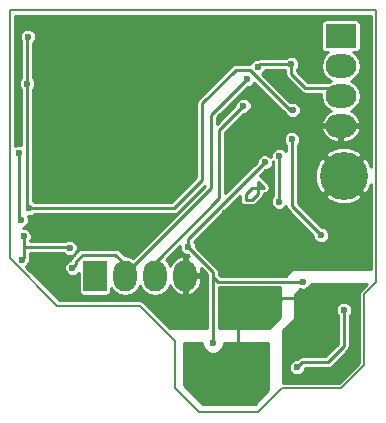
<source format=gbl>
G04 #@! TF.FileFunction,Copper,L2,Bot,Signal*
%FSLAX46Y46*%
G04 Gerber Fmt 4.6, Leading zero omitted, Abs format (unit mm)*
G04 Created by KiCad (PCBNEW 4.0.7-e2-6376~58~ubuntu16.04.1) date Wed Apr 11 03:41:41 2018*
%MOMM*%
%LPD*%
G01*
G04 APERTURE LIST*
%ADD10C,0.100000*%
%ADD11C,0.150000*%
%ADD12R,2.600000X2.000000*%
%ADD13O,2.600000X2.000000*%
%ADD14R,2.000000X2.600000*%
%ADD15O,2.000000X2.600000*%
%ADD16C,4.064000*%
%ADD17C,0.600000*%
%ADD18C,0.250000*%
%ADD19C,0.254000*%
G04 APERTURE END LIST*
D10*
D11*
X77000000Y-55000000D02*
X77000000Y-34000000D01*
X81000000Y-59000000D02*
X77000000Y-55000000D01*
X88000000Y-59000000D02*
X81000000Y-59000000D01*
X91000000Y-62000000D02*
X88000000Y-59000000D01*
X91000000Y-66000000D02*
X91000000Y-62000000D01*
X93000000Y-68000000D02*
X91000000Y-66000000D01*
X98000000Y-68000000D02*
X93000000Y-68000000D01*
X100000000Y-66000000D02*
X98000000Y-68000000D01*
X105000000Y-66000000D02*
X100000000Y-66000000D01*
X107000000Y-64000000D02*
X105000000Y-66000000D01*
X107000000Y-58000000D02*
X107000000Y-64000000D01*
X108000000Y-57000000D02*
X107000000Y-58000000D01*
X108000000Y-52000000D02*
X108000000Y-57000000D01*
X108000000Y-34000000D02*
X108000000Y-52000000D01*
X77000000Y-34000000D02*
X108000000Y-34000000D01*
D12*
X105000000Y-36150000D03*
D13*
X105000000Y-38690000D03*
X105000000Y-41230000D03*
X105000000Y-43770000D03*
D14*
X84190000Y-56450000D03*
D15*
X86730000Y-56450000D03*
X89270000Y-56450000D03*
X91810000Y-56450000D03*
D16*
X105237280Y-47975520D03*
D17*
X101773550Y-56950000D03*
X101290000Y-64220000D03*
X105260000Y-59360000D03*
X94180000Y-62160000D03*
X100920000Y-42430000D03*
X82030000Y-54090000D03*
X92070000Y-54030000D03*
X98570000Y-46860000D03*
X78510000Y-36210000D03*
X78430000Y-40200000D03*
X78600000Y-50750000D03*
X78150000Y-53110000D03*
X77970000Y-55110000D03*
X102000000Y-63000000D03*
X96000000Y-66000000D03*
X95210000Y-51140000D03*
X93540000Y-53130000D03*
X101773550Y-58320000D03*
X104240000Y-62510000D03*
X99010000Y-59360000D03*
X95500000Y-59600000D03*
X96300000Y-62570000D03*
X97820000Y-42630000D03*
X97080000Y-46740000D03*
X97950000Y-38790000D03*
X100810000Y-38540000D03*
X77780000Y-46050000D03*
X77890000Y-51770000D03*
X103350000Y-53030000D03*
X100860000Y-44910000D03*
X96760000Y-42060000D03*
X97070000Y-39790000D03*
X82280000Y-55790000D03*
X99780000Y-46330000D03*
X99770000Y-50190000D03*
D18*
X97964000Y-49500000D02*
X97964000Y-48484000D01*
X97456000Y-50008000D02*
X97964000Y-49500000D01*
X96948000Y-50008000D02*
X97456000Y-50008000D01*
X96948000Y-49500000D02*
X96948000Y-50008000D01*
X97456000Y-48992000D02*
X96948000Y-49500000D01*
X98472000Y-48992000D02*
X97456000Y-48992000D01*
X97964000Y-48484000D02*
X98472000Y-48992000D01*
X78150000Y-54010000D02*
X78150000Y-53110000D01*
X94180000Y-56530000D02*
X94600000Y-56950000D01*
X101349286Y-56950000D02*
X101773550Y-56950000D01*
X94600000Y-56950000D02*
X101349286Y-56950000D01*
X101290000Y-64220000D02*
X101720000Y-63790000D01*
X101720000Y-63790000D02*
X103880000Y-63790000D01*
X103880000Y-63790000D02*
X105260000Y-62410000D01*
X105260000Y-62410000D02*
X105260000Y-59360000D01*
X94180000Y-56140000D02*
X92070000Y-54030000D01*
X94180000Y-62160000D02*
X94180000Y-56530000D01*
X94180000Y-56530000D02*
X94180000Y-56140000D01*
X78600000Y-50750000D02*
X90870000Y-50750000D01*
X100680000Y-42430000D02*
X100920000Y-42430000D01*
X97280000Y-39030000D02*
X100680000Y-42430000D01*
X96100000Y-39030000D02*
X97280000Y-39030000D01*
X93280000Y-41850000D02*
X96100000Y-39030000D01*
X93280000Y-48340000D02*
X93280000Y-41850000D01*
X90870000Y-50750000D02*
X93280000Y-48340000D01*
X81950000Y-54010000D02*
X78150000Y-54010000D01*
X82030000Y-54090000D02*
X81950000Y-54010000D01*
X92070000Y-53360000D02*
X92070000Y-54030000D01*
X98570000Y-46860000D02*
X92070000Y-53360000D01*
X78430000Y-40200000D02*
X78430000Y-36290000D01*
X78430000Y-36290000D02*
X78510000Y-36210000D01*
X78430000Y-50580000D02*
X78430000Y-40200000D01*
X78600000Y-50750000D02*
X78430000Y-50580000D01*
X78150000Y-54930000D02*
X78150000Y-54010000D01*
X77970000Y-55110000D02*
X78150000Y-54930000D01*
X102726775Y-59273225D02*
X102726775Y-62273225D01*
X102000000Y-63000000D02*
X102726775Y-62273225D01*
X96300000Y-65700000D02*
X96000000Y-66000000D01*
X96300000Y-65700000D02*
X96300000Y-62570000D01*
X93540000Y-52810000D02*
X93540000Y-53130000D01*
X95210000Y-51140000D02*
X93540000Y-52810000D01*
X100050000Y-58320000D02*
X101349286Y-58320000D01*
X102073549Y-58619999D02*
X101773550Y-58320000D01*
X104240000Y-60786450D02*
X102726775Y-59273225D01*
X102726775Y-59273225D02*
X102073549Y-58619999D01*
X104240000Y-62510000D02*
X104240000Y-60786450D01*
X101349286Y-58320000D02*
X101773550Y-58320000D01*
X99010000Y-59360000D02*
X100050000Y-58320000D01*
X95500000Y-59600000D02*
X98770000Y-59600000D01*
X98770000Y-59600000D02*
X99010000Y-59360000D01*
X95500000Y-59600000D02*
X96300000Y-60400000D01*
X96300000Y-60400000D02*
X96300000Y-62570000D01*
X97820000Y-46000000D02*
X97820000Y-42630000D01*
X97080000Y-46740000D02*
X97820000Y-46000000D01*
X100810000Y-38540000D02*
X100810000Y-39350000D01*
X102010000Y-40550000D02*
X104990000Y-40550000D01*
X100810000Y-39350000D02*
X102010000Y-40550000D01*
X97950000Y-38790000D02*
X98200000Y-38540000D01*
X98200000Y-38540000D02*
X100810000Y-38540000D01*
X77780000Y-51660000D02*
X77780000Y-46050000D01*
X77890000Y-51770000D02*
X77780000Y-51660000D01*
X103350000Y-53030000D02*
X100860000Y-50540000D01*
X100860000Y-50540000D02*
X100860000Y-44910000D01*
X96760000Y-42060000D02*
X94720000Y-44100000D01*
X94720000Y-44100000D02*
X94720000Y-49920000D01*
X94720000Y-49920000D02*
X89270000Y-55370000D01*
X89270000Y-55370000D02*
X89270000Y-56450000D01*
X86730000Y-56450000D02*
X86730000Y-56350000D01*
X86730000Y-56350000D02*
X94020000Y-49060000D01*
X94020000Y-42840000D02*
X97070000Y-39790000D01*
X94020000Y-49060000D02*
X94020000Y-42840000D01*
X85920000Y-54670000D02*
X86730000Y-55480000D01*
X83140000Y-54670000D02*
X85920000Y-54670000D01*
X82600000Y-55210000D02*
X83140000Y-54670000D01*
X82600000Y-55470000D02*
X82600000Y-55210000D01*
X82280000Y-55790000D02*
X82600000Y-55470000D01*
X86730000Y-55480000D02*
X86730000Y-56450000D01*
X99780000Y-50180000D02*
X99780000Y-46330000D01*
X99770000Y-50190000D02*
X99780000Y-50180000D01*
D19*
G36*
X93244838Y-62345167D02*
X93386883Y-62688943D01*
X93649673Y-62952192D01*
X93993201Y-63094838D01*
X94365167Y-63095162D01*
X94708943Y-62953117D01*
X94972192Y-62690327D01*
X95114838Y-62346799D01*
X95115029Y-62127000D01*
X98873000Y-62127000D01*
X98873000Y-66122908D01*
X97705908Y-67290000D01*
X93294092Y-67290000D01*
X91710000Y-65705908D01*
X91710000Y-62127000D01*
X93245028Y-62127000D01*
X93244838Y-62345167D01*
X93244838Y-62345167D01*
G37*
X93244838Y-62345167D02*
X93386883Y-62688943D01*
X93649673Y-62952192D01*
X93993201Y-63094838D01*
X94365167Y-63095162D01*
X94708943Y-62953117D01*
X94972192Y-62690327D01*
X95114838Y-62346799D01*
X95115029Y-62127000D01*
X98873000Y-62127000D01*
X98873000Y-66122908D01*
X97705908Y-67290000D01*
X93294092Y-67290000D01*
X91710000Y-65705908D01*
X91710000Y-62127000D01*
X93245028Y-62127000D01*
X93244838Y-62345167D01*
G36*
X106677559Y-57677559D02*
X106578711Y-57825496D01*
X106544000Y-58000000D01*
X106544000Y-63811118D01*
X104811118Y-65544000D01*
X100127000Y-65544000D01*
X100127000Y-64354865D01*
X100608882Y-64354865D01*
X100712339Y-64605252D01*
X100903741Y-64796987D01*
X101153946Y-64900882D01*
X101424865Y-64901118D01*
X101675252Y-64797661D01*
X101866987Y-64606259D01*
X101970882Y-64356054D01*
X101970934Y-64296000D01*
X103880000Y-64296000D01*
X104073638Y-64257483D01*
X104237796Y-64147796D01*
X105617796Y-62767796D01*
X105727483Y-62603638D01*
X105766000Y-62410000D01*
X105766000Y-59817123D01*
X105836987Y-59746259D01*
X105940882Y-59496054D01*
X105941118Y-59225135D01*
X105837661Y-58974748D01*
X105646259Y-58783013D01*
X105396054Y-58679118D01*
X105125135Y-58678882D01*
X104874748Y-58782339D01*
X104683013Y-58973741D01*
X104579118Y-59223946D01*
X104578882Y-59494865D01*
X104682339Y-59745252D01*
X104754000Y-59817038D01*
X104754000Y-62200408D01*
X103670408Y-63284000D01*
X101720000Y-63284000D01*
X101526362Y-63322517D01*
X101362204Y-63432204D01*
X101255439Y-63538969D01*
X101155135Y-63538882D01*
X100904748Y-63642339D01*
X100713013Y-63833741D01*
X100609118Y-64083946D01*
X100608882Y-64354865D01*
X100127000Y-64354865D01*
X100127000Y-61052606D01*
X101089803Y-60089803D01*
X101117666Y-60047789D01*
X101127000Y-60000000D01*
X101127000Y-58052606D01*
X101574770Y-57604836D01*
X101637496Y-57630882D01*
X101908415Y-57631118D01*
X102158802Y-57527661D01*
X102350537Y-57336259D01*
X102437430Y-57127000D01*
X107228119Y-57127000D01*
X106677559Y-57677559D01*
X106677559Y-57677559D01*
G37*
X106677559Y-57677559D02*
X106578711Y-57825496D01*
X106544000Y-58000000D01*
X106544000Y-63811118D01*
X104811118Y-65544000D01*
X100127000Y-65544000D01*
X100127000Y-64354865D01*
X100608882Y-64354865D01*
X100712339Y-64605252D01*
X100903741Y-64796987D01*
X101153946Y-64900882D01*
X101424865Y-64901118D01*
X101675252Y-64797661D01*
X101866987Y-64606259D01*
X101970882Y-64356054D01*
X101970934Y-64296000D01*
X103880000Y-64296000D01*
X104073638Y-64257483D01*
X104237796Y-64147796D01*
X105617796Y-62767796D01*
X105727483Y-62603638D01*
X105766000Y-62410000D01*
X105766000Y-59817123D01*
X105836987Y-59746259D01*
X105940882Y-59496054D01*
X105941118Y-59225135D01*
X105837661Y-58974748D01*
X105646259Y-58783013D01*
X105396054Y-58679118D01*
X105125135Y-58678882D01*
X104874748Y-58782339D01*
X104683013Y-58973741D01*
X104579118Y-59223946D01*
X104578882Y-59494865D01*
X104682339Y-59745252D01*
X104754000Y-59817038D01*
X104754000Y-62200408D01*
X103670408Y-63284000D01*
X101720000Y-63284000D01*
X101526362Y-63322517D01*
X101362204Y-63432204D01*
X101255439Y-63538969D01*
X101155135Y-63538882D01*
X100904748Y-63642339D01*
X100713013Y-63833741D01*
X100609118Y-64083946D01*
X100608882Y-64354865D01*
X100127000Y-64354865D01*
X100127000Y-61052606D01*
X101089803Y-60089803D01*
X101117666Y-60047789D01*
X101127000Y-60000000D01*
X101127000Y-58052606D01*
X101574770Y-57604836D01*
X101637496Y-57630882D01*
X101908415Y-57631118D01*
X102158802Y-57527661D01*
X102350537Y-57336259D01*
X102437430Y-57127000D01*
X107228119Y-57127000D01*
X106677559Y-57677559D01*
G36*
X99873000Y-59947394D02*
X98947394Y-60873000D01*
X94686000Y-60873000D01*
X94686000Y-57456000D01*
X99873000Y-57456000D01*
X99873000Y-59947394D01*
X99873000Y-59947394D01*
G37*
X99873000Y-59947394D02*
X98947394Y-60873000D01*
X94686000Y-60873000D01*
X94686000Y-57456000D01*
X99873000Y-57456000D01*
X99873000Y-59947394D01*
G36*
X93514000Y-48850408D02*
X87417182Y-54947226D01*
X87258486Y-54841189D01*
X86730000Y-54736067D01*
X86706361Y-54740769D01*
X86277796Y-54312204D01*
X86113638Y-54202517D01*
X85920000Y-54164000D01*
X83140000Y-54164000D01*
X82946362Y-54202517D01*
X82782204Y-54312204D01*
X82242204Y-54852204D01*
X82132517Y-55016362D01*
X82111336Y-55122847D01*
X81894748Y-55212339D01*
X81703013Y-55403741D01*
X81599118Y-55653946D01*
X81598882Y-55924865D01*
X81702339Y-56175252D01*
X81893741Y-56366987D01*
X82143946Y-56470882D01*
X82414865Y-56471118D01*
X82665252Y-56367661D01*
X82801536Y-56231614D01*
X82801536Y-57750000D01*
X82828103Y-57891190D01*
X82911546Y-58020865D01*
X83038866Y-58107859D01*
X83190000Y-58138464D01*
X85190000Y-58138464D01*
X85331190Y-58111897D01*
X85460865Y-58028454D01*
X85547859Y-57901134D01*
X85578464Y-57750000D01*
X85578464Y-57497509D01*
X85753486Y-57759447D01*
X86201514Y-58058811D01*
X86730000Y-58163933D01*
X87258486Y-58058811D01*
X87706514Y-57759447D01*
X88000000Y-57320216D01*
X88293486Y-57759447D01*
X88741514Y-58058811D01*
X89270000Y-58163933D01*
X89798486Y-58058811D01*
X90246514Y-57759447D01*
X90545878Y-57311419D01*
X90550633Y-57287514D01*
X90582723Y-57395819D01*
X90923288Y-57816318D01*
X91398847Y-58074479D01*
X91469443Y-58088350D01*
X91683000Y-58029462D01*
X91683000Y-56577000D01*
X91937000Y-56577000D01*
X91937000Y-58029462D01*
X92150557Y-58088350D01*
X92221153Y-58074479D01*
X92696712Y-57816318D01*
X93037277Y-57395819D01*
X93191000Y-56877000D01*
X93191000Y-56577000D01*
X91937000Y-56577000D01*
X91683000Y-56577000D01*
X91663000Y-56577000D01*
X91663000Y-56323000D01*
X91683000Y-56323000D01*
X91683000Y-54870538D01*
X91469443Y-54811650D01*
X91398847Y-54825521D01*
X90923288Y-55083682D01*
X90582723Y-55504181D01*
X90550633Y-55612486D01*
X90545878Y-55588581D01*
X90246514Y-55140553D01*
X90227646Y-55127946D01*
X91389055Y-53966537D01*
X91388882Y-54164865D01*
X91492339Y-54415252D01*
X91683741Y-54606987D01*
X91933946Y-54710882D01*
X92035378Y-54710970D01*
X92139192Y-54814784D01*
X91937000Y-54870538D01*
X91937000Y-56323000D01*
X93191000Y-56323000D01*
X93191000Y-56023000D01*
X93125145Y-55800737D01*
X93674000Y-56349592D01*
X93674000Y-60873000D01*
X90517881Y-60873000D01*
X88322441Y-58677559D01*
X88174504Y-58578711D01*
X88000000Y-58544000D01*
X81188882Y-58544000D01*
X78339183Y-55694301D01*
X78355252Y-55687661D01*
X78546987Y-55496259D01*
X78650882Y-55246054D01*
X78651118Y-54975135D01*
X78648353Y-54968443D01*
X78656000Y-54930000D01*
X78656000Y-54516000D01*
X81493016Y-54516000D01*
X81643741Y-54666987D01*
X81893946Y-54770882D01*
X82164865Y-54771118D01*
X82415252Y-54667661D01*
X82606987Y-54476259D01*
X82710882Y-54226054D01*
X82711118Y-53955135D01*
X82607661Y-53704748D01*
X82416259Y-53513013D01*
X82166054Y-53409118D01*
X81895135Y-53408882D01*
X81664930Y-53504000D01*
X78719233Y-53504000D01*
X78726987Y-53496259D01*
X78830882Y-53246054D01*
X78831118Y-52975135D01*
X78727661Y-52724748D01*
X78536259Y-52533013D01*
X78286054Y-52429118D01*
X78078547Y-52428937D01*
X78275252Y-52347661D01*
X78466987Y-52156259D01*
X78570882Y-51906054D01*
X78571118Y-51635135D01*
X78486731Y-51430902D01*
X78734865Y-51431118D01*
X78985252Y-51327661D01*
X79057038Y-51256000D01*
X90870000Y-51256000D01*
X91063638Y-51217483D01*
X91227796Y-51107796D01*
X93514000Y-48821592D01*
X93514000Y-48850408D01*
X93514000Y-48850408D01*
G37*
X93514000Y-48850408D02*
X87417182Y-54947226D01*
X87258486Y-54841189D01*
X86730000Y-54736067D01*
X86706361Y-54740769D01*
X86277796Y-54312204D01*
X86113638Y-54202517D01*
X85920000Y-54164000D01*
X83140000Y-54164000D01*
X82946362Y-54202517D01*
X82782204Y-54312204D01*
X82242204Y-54852204D01*
X82132517Y-55016362D01*
X82111336Y-55122847D01*
X81894748Y-55212339D01*
X81703013Y-55403741D01*
X81599118Y-55653946D01*
X81598882Y-55924865D01*
X81702339Y-56175252D01*
X81893741Y-56366987D01*
X82143946Y-56470882D01*
X82414865Y-56471118D01*
X82665252Y-56367661D01*
X82801536Y-56231614D01*
X82801536Y-57750000D01*
X82828103Y-57891190D01*
X82911546Y-58020865D01*
X83038866Y-58107859D01*
X83190000Y-58138464D01*
X85190000Y-58138464D01*
X85331190Y-58111897D01*
X85460865Y-58028454D01*
X85547859Y-57901134D01*
X85578464Y-57750000D01*
X85578464Y-57497509D01*
X85753486Y-57759447D01*
X86201514Y-58058811D01*
X86730000Y-58163933D01*
X87258486Y-58058811D01*
X87706514Y-57759447D01*
X88000000Y-57320216D01*
X88293486Y-57759447D01*
X88741514Y-58058811D01*
X89270000Y-58163933D01*
X89798486Y-58058811D01*
X90246514Y-57759447D01*
X90545878Y-57311419D01*
X90550633Y-57287514D01*
X90582723Y-57395819D01*
X90923288Y-57816318D01*
X91398847Y-58074479D01*
X91469443Y-58088350D01*
X91683000Y-58029462D01*
X91683000Y-56577000D01*
X91937000Y-56577000D01*
X91937000Y-58029462D01*
X92150557Y-58088350D01*
X92221153Y-58074479D01*
X92696712Y-57816318D01*
X93037277Y-57395819D01*
X93191000Y-56877000D01*
X93191000Y-56577000D01*
X91937000Y-56577000D01*
X91683000Y-56577000D01*
X91663000Y-56577000D01*
X91663000Y-56323000D01*
X91683000Y-56323000D01*
X91683000Y-54870538D01*
X91469443Y-54811650D01*
X91398847Y-54825521D01*
X90923288Y-55083682D01*
X90582723Y-55504181D01*
X90550633Y-55612486D01*
X90545878Y-55588581D01*
X90246514Y-55140553D01*
X90227646Y-55127946D01*
X91389055Y-53966537D01*
X91388882Y-54164865D01*
X91492339Y-54415252D01*
X91683741Y-54606987D01*
X91933946Y-54710882D01*
X92035378Y-54710970D01*
X92139192Y-54814784D01*
X91937000Y-54870538D01*
X91937000Y-56323000D01*
X93191000Y-56323000D01*
X93191000Y-56023000D01*
X93125145Y-55800737D01*
X93674000Y-56349592D01*
X93674000Y-60873000D01*
X90517881Y-60873000D01*
X88322441Y-58677559D01*
X88174504Y-58578711D01*
X88000000Y-58544000D01*
X81188882Y-58544000D01*
X78339183Y-55694301D01*
X78355252Y-55687661D01*
X78546987Y-55496259D01*
X78650882Y-55246054D01*
X78651118Y-54975135D01*
X78648353Y-54968443D01*
X78656000Y-54930000D01*
X78656000Y-54516000D01*
X81493016Y-54516000D01*
X81643741Y-54666987D01*
X81893946Y-54770882D01*
X82164865Y-54771118D01*
X82415252Y-54667661D01*
X82606987Y-54476259D01*
X82710882Y-54226054D01*
X82711118Y-53955135D01*
X82607661Y-53704748D01*
X82416259Y-53513013D01*
X82166054Y-53409118D01*
X81895135Y-53408882D01*
X81664930Y-53504000D01*
X78719233Y-53504000D01*
X78726987Y-53496259D01*
X78830882Y-53246054D01*
X78831118Y-52975135D01*
X78727661Y-52724748D01*
X78536259Y-52533013D01*
X78286054Y-52429118D01*
X78078547Y-52428937D01*
X78275252Y-52347661D01*
X78466987Y-52156259D01*
X78570882Y-51906054D01*
X78571118Y-51635135D01*
X78486731Y-51430902D01*
X78734865Y-51431118D01*
X78985252Y-51327661D01*
X79057038Y-51256000D01*
X90870000Y-51256000D01*
X91063638Y-51217483D01*
X91227796Y-51107796D01*
X93514000Y-48821592D01*
X93514000Y-48850408D01*
G36*
X107544000Y-47223926D02*
X107299678Y-46634081D01*
X106996994Y-46395411D01*
X105416885Y-47975520D01*
X106996994Y-49555629D01*
X107299678Y-49316959D01*
X107544000Y-48705832D01*
X107544000Y-55873000D01*
X101000000Y-55873000D01*
X100950590Y-55883006D01*
X100910197Y-55910197D01*
X100376394Y-56444000D01*
X94809592Y-56444000D01*
X94686000Y-56320408D01*
X94686000Y-56140000D01*
X94647483Y-55946362D01*
X94537796Y-55782204D01*
X92751031Y-53995439D01*
X92751118Y-53895135D01*
X92647661Y-53644748D01*
X92576000Y-53572962D01*
X92576000Y-53569592D01*
X96442000Y-49703592D01*
X96442000Y-50008000D01*
X96480517Y-50201638D01*
X96590204Y-50365796D01*
X96754362Y-50475483D01*
X96948000Y-50514000D01*
X97456000Y-50514000D01*
X97649638Y-50475483D01*
X97813796Y-50365796D01*
X98321796Y-49857796D01*
X98431483Y-49693638D01*
X98470000Y-49500000D01*
X98470000Y-49498000D01*
X98472000Y-49498000D01*
X98665638Y-49459483D01*
X98829796Y-49349796D01*
X98939483Y-49185638D01*
X98978000Y-48992000D01*
X98939483Y-48798362D01*
X98829796Y-48634204D01*
X98321796Y-48126204D01*
X98157638Y-48016517D01*
X98133814Y-48011778D01*
X98604561Y-47541031D01*
X98704865Y-47541118D01*
X98955252Y-47437661D01*
X99146987Y-47246259D01*
X99250882Y-46996054D01*
X99251084Y-46764082D01*
X99274000Y-46787038D01*
X99274000Y-49722895D01*
X99193013Y-49803741D01*
X99089118Y-50053946D01*
X99088882Y-50324865D01*
X99192339Y-50575252D01*
X99383741Y-50766987D01*
X99633946Y-50870882D01*
X99904865Y-50871118D01*
X100155252Y-50767661D01*
X100346987Y-50576259D01*
X100356605Y-50553096D01*
X100392517Y-50733638D01*
X100502204Y-50897796D01*
X102668969Y-53064561D01*
X102668882Y-53164865D01*
X102772339Y-53415252D01*
X102963741Y-53606987D01*
X103213946Y-53710882D01*
X103484865Y-53711118D01*
X103735252Y-53607661D01*
X103926987Y-53416259D01*
X104030882Y-53166054D01*
X104031118Y-52895135D01*
X103927661Y-52644748D01*
X103736259Y-52453013D01*
X103486054Y-52349118D01*
X103384622Y-52349030D01*
X101366000Y-50330408D01*
X101366000Y-49735234D01*
X103657171Y-49735234D01*
X103895841Y-50037918D01*
X104787198Y-50394273D01*
X105747076Y-50382396D01*
X106578719Y-50037918D01*
X106817389Y-49735234D01*
X105237280Y-48155125D01*
X103657171Y-49735234D01*
X101366000Y-49735234D01*
X101366000Y-47525438D01*
X102818527Y-47525438D01*
X102830404Y-48485316D01*
X103174882Y-49316959D01*
X103477566Y-49555629D01*
X105057675Y-47975520D01*
X103477566Y-46395411D01*
X103174882Y-46634081D01*
X102818527Y-47525438D01*
X101366000Y-47525438D01*
X101366000Y-46215806D01*
X103657171Y-46215806D01*
X105237280Y-47795915D01*
X106817389Y-46215806D01*
X106578719Y-45913122D01*
X105687362Y-45556767D01*
X104727484Y-45568644D01*
X103895841Y-45913122D01*
X103657171Y-46215806D01*
X101366000Y-46215806D01*
X101366000Y-45367123D01*
X101436987Y-45296259D01*
X101540882Y-45046054D01*
X101541118Y-44775135D01*
X101437661Y-44524748D01*
X101246259Y-44333013D01*
X100996054Y-44229118D01*
X100725135Y-44228882D01*
X100474748Y-44332339D01*
X100283013Y-44523741D01*
X100179118Y-44773946D01*
X100178882Y-45044865D01*
X100282339Y-45295252D01*
X100354000Y-45367038D01*
X100354000Y-45941081D01*
X100166259Y-45753013D01*
X99916054Y-45649118D01*
X99645135Y-45648882D01*
X99394748Y-45752339D01*
X99203013Y-45943741D01*
X99099118Y-46193946D01*
X99098916Y-46425918D01*
X98956259Y-46283013D01*
X98706054Y-46179118D01*
X98435135Y-46178882D01*
X98184748Y-46282339D01*
X97993013Y-46473741D01*
X97889118Y-46723946D01*
X97889030Y-46825378D01*
X95226000Y-49488408D01*
X95226000Y-44309592D01*
X95425035Y-44110557D01*
X103361650Y-44110557D01*
X103375521Y-44181153D01*
X103633682Y-44656712D01*
X104054181Y-44997277D01*
X104573000Y-45151000D01*
X104873000Y-45151000D01*
X104873000Y-43897000D01*
X105127000Y-43897000D01*
X105127000Y-45151000D01*
X105427000Y-45151000D01*
X105945819Y-44997277D01*
X106366318Y-44656712D01*
X106624479Y-44181153D01*
X106638350Y-44110557D01*
X106579462Y-43897000D01*
X105127000Y-43897000D01*
X104873000Y-43897000D01*
X103420538Y-43897000D01*
X103361650Y-44110557D01*
X95425035Y-44110557D01*
X96794561Y-42741031D01*
X96894865Y-42741118D01*
X97145252Y-42637661D01*
X97336987Y-42446259D01*
X97440882Y-42196054D01*
X97441118Y-41925135D01*
X97337661Y-41674748D01*
X97146259Y-41483013D01*
X96896054Y-41379118D01*
X96625135Y-41378882D01*
X96374748Y-41482339D01*
X96183013Y-41673741D01*
X96079118Y-41923946D01*
X96079030Y-42025378D01*
X94526000Y-43578408D01*
X94526000Y-43049592D01*
X97104561Y-40471031D01*
X97204865Y-40471118D01*
X97455252Y-40367661D01*
X97646987Y-40176259D01*
X97665671Y-40131263D01*
X100322204Y-42787796D01*
X100334347Y-42795910D01*
X100342339Y-42815252D01*
X100533741Y-43006987D01*
X100783946Y-43110882D01*
X101054865Y-43111118D01*
X101305252Y-43007661D01*
X101496987Y-42816259D01*
X101600882Y-42566054D01*
X101601118Y-42295135D01*
X101497661Y-42044748D01*
X101306259Y-41853013D01*
X101056054Y-41749118D01*
X100785135Y-41748882D01*
X100735134Y-41769542D01*
X98333837Y-39368245D01*
X98335252Y-39367661D01*
X98526987Y-39176259D01*
X98581076Y-39046000D01*
X100304000Y-39046000D01*
X100304000Y-39350000D01*
X100342517Y-39543638D01*
X100452204Y-39707796D01*
X101652204Y-40907796D01*
X101816362Y-41017483D01*
X102010000Y-41056000D01*
X103320678Y-41056000D01*
X103286067Y-41230000D01*
X103391189Y-41758486D01*
X103690553Y-42206514D01*
X104138581Y-42505878D01*
X104162486Y-42510633D01*
X104054181Y-42542723D01*
X103633682Y-42883288D01*
X103375521Y-43358847D01*
X103361650Y-43429443D01*
X103420538Y-43643000D01*
X104873000Y-43643000D01*
X104873000Y-43623000D01*
X105127000Y-43623000D01*
X105127000Y-43643000D01*
X106579462Y-43643000D01*
X106638350Y-43429443D01*
X106624479Y-43358847D01*
X106366318Y-42883288D01*
X105945819Y-42542723D01*
X105837514Y-42510633D01*
X105861419Y-42505878D01*
X106309447Y-42206514D01*
X106608811Y-41758486D01*
X106713933Y-41230000D01*
X106608811Y-40701514D01*
X106309447Y-40253486D01*
X105870216Y-39960000D01*
X106309447Y-39666514D01*
X106608811Y-39218486D01*
X106713933Y-38690000D01*
X106608811Y-38161514D01*
X106309447Y-37713486D01*
X106047509Y-37538464D01*
X106300000Y-37538464D01*
X106441190Y-37511897D01*
X106570865Y-37428454D01*
X106657859Y-37301134D01*
X106688464Y-37150000D01*
X106688464Y-35150000D01*
X106661897Y-35008810D01*
X106578454Y-34879135D01*
X106451134Y-34792141D01*
X106300000Y-34761536D01*
X103700000Y-34761536D01*
X103558810Y-34788103D01*
X103429135Y-34871546D01*
X103342141Y-34998866D01*
X103311536Y-35150000D01*
X103311536Y-37150000D01*
X103338103Y-37291190D01*
X103421546Y-37420865D01*
X103548866Y-37507859D01*
X103700000Y-37538464D01*
X103952491Y-37538464D01*
X103690553Y-37713486D01*
X103391189Y-38161514D01*
X103286067Y-38690000D01*
X103391189Y-39218486D01*
X103690553Y-39666514D01*
X104129784Y-39960000D01*
X104004070Y-40044000D01*
X102219592Y-40044000D01*
X101316000Y-39140408D01*
X101316000Y-38997123D01*
X101386987Y-38926259D01*
X101490882Y-38676054D01*
X101491118Y-38405135D01*
X101387661Y-38154748D01*
X101196259Y-37963013D01*
X100946054Y-37859118D01*
X100675135Y-37858882D01*
X100424748Y-37962339D01*
X100352962Y-38034000D01*
X98200000Y-38034000D01*
X98006362Y-38072517D01*
X97951760Y-38109001D01*
X97815135Y-38108882D01*
X97564748Y-38212339D01*
X97373013Y-38403741D01*
X97319790Y-38531915D01*
X97280000Y-38524000D01*
X96100000Y-38524000D01*
X95906362Y-38562517D01*
X95742204Y-38672204D01*
X92922204Y-41492204D01*
X92812517Y-41656362D01*
X92774000Y-41850000D01*
X92774000Y-48130408D01*
X90660408Y-50244000D01*
X79057123Y-50244000D01*
X78986259Y-50173013D01*
X78936000Y-50152143D01*
X78936000Y-40657123D01*
X79006987Y-40586259D01*
X79110882Y-40336054D01*
X79111118Y-40065135D01*
X79007661Y-39814748D01*
X78936000Y-39742962D01*
X78936000Y-36746984D01*
X79086987Y-36596259D01*
X79190882Y-36346054D01*
X79191118Y-36075135D01*
X79087661Y-35824748D01*
X78896259Y-35633013D01*
X78646054Y-35529118D01*
X78375135Y-35528882D01*
X78124748Y-35632339D01*
X77933013Y-35823741D01*
X77829118Y-36073946D01*
X77828882Y-36344865D01*
X77924000Y-36575070D01*
X77924000Y-39742877D01*
X77853013Y-39813741D01*
X77749118Y-40063946D01*
X77748882Y-40334865D01*
X77852339Y-40585252D01*
X77924000Y-40657038D01*
X77924000Y-45372417D01*
X77916054Y-45369118D01*
X77645135Y-45368882D01*
X77456000Y-45447030D01*
X77456000Y-34456000D01*
X107544000Y-34456000D01*
X107544000Y-47223926D01*
X107544000Y-47223926D01*
G37*
X107544000Y-47223926D02*
X107299678Y-46634081D01*
X106996994Y-46395411D01*
X105416885Y-47975520D01*
X106996994Y-49555629D01*
X107299678Y-49316959D01*
X107544000Y-48705832D01*
X107544000Y-55873000D01*
X101000000Y-55873000D01*
X100950590Y-55883006D01*
X100910197Y-55910197D01*
X100376394Y-56444000D01*
X94809592Y-56444000D01*
X94686000Y-56320408D01*
X94686000Y-56140000D01*
X94647483Y-55946362D01*
X94537796Y-55782204D01*
X92751031Y-53995439D01*
X92751118Y-53895135D01*
X92647661Y-53644748D01*
X92576000Y-53572962D01*
X92576000Y-53569592D01*
X96442000Y-49703592D01*
X96442000Y-50008000D01*
X96480517Y-50201638D01*
X96590204Y-50365796D01*
X96754362Y-50475483D01*
X96948000Y-50514000D01*
X97456000Y-50514000D01*
X97649638Y-50475483D01*
X97813796Y-50365796D01*
X98321796Y-49857796D01*
X98431483Y-49693638D01*
X98470000Y-49500000D01*
X98470000Y-49498000D01*
X98472000Y-49498000D01*
X98665638Y-49459483D01*
X98829796Y-49349796D01*
X98939483Y-49185638D01*
X98978000Y-48992000D01*
X98939483Y-48798362D01*
X98829796Y-48634204D01*
X98321796Y-48126204D01*
X98157638Y-48016517D01*
X98133814Y-48011778D01*
X98604561Y-47541031D01*
X98704865Y-47541118D01*
X98955252Y-47437661D01*
X99146987Y-47246259D01*
X99250882Y-46996054D01*
X99251084Y-46764082D01*
X99274000Y-46787038D01*
X99274000Y-49722895D01*
X99193013Y-49803741D01*
X99089118Y-50053946D01*
X99088882Y-50324865D01*
X99192339Y-50575252D01*
X99383741Y-50766987D01*
X99633946Y-50870882D01*
X99904865Y-50871118D01*
X100155252Y-50767661D01*
X100346987Y-50576259D01*
X100356605Y-50553096D01*
X100392517Y-50733638D01*
X100502204Y-50897796D01*
X102668969Y-53064561D01*
X102668882Y-53164865D01*
X102772339Y-53415252D01*
X102963741Y-53606987D01*
X103213946Y-53710882D01*
X103484865Y-53711118D01*
X103735252Y-53607661D01*
X103926987Y-53416259D01*
X104030882Y-53166054D01*
X104031118Y-52895135D01*
X103927661Y-52644748D01*
X103736259Y-52453013D01*
X103486054Y-52349118D01*
X103384622Y-52349030D01*
X101366000Y-50330408D01*
X101366000Y-49735234D01*
X103657171Y-49735234D01*
X103895841Y-50037918D01*
X104787198Y-50394273D01*
X105747076Y-50382396D01*
X106578719Y-50037918D01*
X106817389Y-49735234D01*
X105237280Y-48155125D01*
X103657171Y-49735234D01*
X101366000Y-49735234D01*
X101366000Y-47525438D01*
X102818527Y-47525438D01*
X102830404Y-48485316D01*
X103174882Y-49316959D01*
X103477566Y-49555629D01*
X105057675Y-47975520D01*
X103477566Y-46395411D01*
X103174882Y-46634081D01*
X102818527Y-47525438D01*
X101366000Y-47525438D01*
X101366000Y-46215806D01*
X103657171Y-46215806D01*
X105237280Y-47795915D01*
X106817389Y-46215806D01*
X106578719Y-45913122D01*
X105687362Y-45556767D01*
X104727484Y-45568644D01*
X103895841Y-45913122D01*
X103657171Y-46215806D01*
X101366000Y-46215806D01*
X101366000Y-45367123D01*
X101436987Y-45296259D01*
X101540882Y-45046054D01*
X101541118Y-44775135D01*
X101437661Y-44524748D01*
X101246259Y-44333013D01*
X100996054Y-44229118D01*
X100725135Y-44228882D01*
X100474748Y-44332339D01*
X100283013Y-44523741D01*
X100179118Y-44773946D01*
X100178882Y-45044865D01*
X100282339Y-45295252D01*
X100354000Y-45367038D01*
X100354000Y-45941081D01*
X100166259Y-45753013D01*
X99916054Y-45649118D01*
X99645135Y-45648882D01*
X99394748Y-45752339D01*
X99203013Y-45943741D01*
X99099118Y-46193946D01*
X99098916Y-46425918D01*
X98956259Y-46283013D01*
X98706054Y-46179118D01*
X98435135Y-46178882D01*
X98184748Y-46282339D01*
X97993013Y-46473741D01*
X97889118Y-46723946D01*
X97889030Y-46825378D01*
X95226000Y-49488408D01*
X95226000Y-44309592D01*
X95425035Y-44110557D01*
X103361650Y-44110557D01*
X103375521Y-44181153D01*
X103633682Y-44656712D01*
X104054181Y-44997277D01*
X104573000Y-45151000D01*
X104873000Y-45151000D01*
X104873000Y-43897000D01*
X105127000Y-43897000D01*
X105127000Y-45151000D01*
X105427000Y-45151000D01*
X105945819Y-44997277D01*
X106366318Y-44656712D01*
X106624479Y-44181153D01*
X106638350Y-44110557D01*
X106579462Y-43897000D01*
X105127000Y-43897000D01*
X104873000Y-43897000D01*
X103420538Y-43897000D01*
X103361650Y-44110557D01*
X95425035Y-44110557D01*
X96794561Y-42741031D01*
X96894865Y-42741118D01*
X97145252Y-42637661D01*
X97336987Y-42446259D01*
X97440882Y-42196054D01*
X97441118Y-41925135D01*
X97337661Y-41674748D01*
X97146259Y-41483013D01*
X96896054Y-41379118D01*
X96625135Y-41378882D01*
X96374748Y-41482339D01*
X96183013Y-41673741D01*
X96079118Y-41923946D01*
X96079030Y-42025378D01*
X94526000Y-43578408D01*
X94526000Y-43049592D01*
X97104561Y-40471031D01*
X97204865Y-40471118D01*
X97455252Y-40367661D01*
X97646987Y-40176259D01*
X97665671Y-40131263D01*
X100322204Y-42787796D01*
X100334347Y-42795910D01*
X100342339Y-42815252D01*
X100533741Y-43006987D01*
X100783946Y-43110882D01*
X101054865Y-43111118D01*
X101305252Y-43007661D01*
X101496987Y-42816259D01*
X101600882Y-42566054D01*
X101601118Y-42295135D01*
X101497661Y-42044748D01*
X101306259Y-41853013D01*
X101056054Y-41749118D01*
X100785135Y-41748882D01*
X100735134Y-41769542D01*
X98333837Y-39368245D01*
X98335252Y-39367661D01*
X98526987Y-39176259D01*
X98581076Y-39046000D01*
X100304000Y-39046000D01*
X100304000Y-39350000D01*
X100342517Y-39543638D01*
X100452204Y-39707796D01*
X101652204Y-40907796D01*
X101816362Y-41017483D01*
X102010000Y-41056000D01*
X103320678Y-41056000D01*
X103286067Y-41230000D01*
X103391189Y-41758486D01*
X103690553Y-42206514D01*
X104138581Y-42505878D01*
X104162486Y-42510633D01*
X104054181Y-42542723D01*
X103633682Y-42883288D01*
X103375521Y-43358847D01*
X103361650Y-43429443D01*
X103420538Y-43643000D01*
X104873000Y-43643000D01*
X104873000Y-43623000D01*
X105127000Y-43623000D01*
X105127000Y-43643000D01*
X106579462Y-43643000D01*
X106638350Y-43429443D01*
X106624479Y-43358847D01*
X106366318Y-42883288D01*
X105945819Y-42542723D01*
X105837514Y-42510633D01*
X105861419Y-42505878D01*
X106309447Y-42206514D01*
X106608811Y-41758486D01*
X106713933Y-41230000D01*
X106608811Y-40701514D01*
X106309447Y-40253486D01*
X105870216Y-39960000D01*
X106309447Y-39666514D01*
X106608811Y-39218486D01*
X106713933Y-38690000D01*
X106608811Y-38161514D01*
X106309447Y-37713486D01*
X106047509Y-37538464D01*
X106300000Y-37538464D01*
X106441190Y-37511897D01*
X106570865Y-37428454D01*
X106657859Y-37301134D01*
X106688464Y-37150000D01*
X106688464Y-35150000D01*
X106661897Y-35008810D01*
X106578454Y-34879135D01*
X106451134Y-34792141D01*
X106300000Y-34761536D01*
X103700000Y-34761536D01*
X103558810Y-34788103D01*
X103429135Y-34871546D01*
X103342141Y-34998866D01*
X103311536Y-35150000D01*
X103311536Y-37150000D01*
X103338103Y-37291190D01*
X103421546Y-37420865D01*
X103548866Y-37507859D01*
X103700000Y-37538464D01*
X103952491Y-37538464D01*
X103690553Y-37713486D01*
X103391189Y-38161514D01*
X103286067Y-38690000D01*
X103391189Y-39218486D01*
X103690553Y-39666514D01*
X104129784Y-39960000D01*
X104004070Y-40044000D01*
X102219592Y-40044000D01*
X101316000Y-39140408D01*
X101316000Y-38997123D01*
X101386987Y-38926259D01*
X101490882Y-38676054D01*
X101491118Y-38405135D01*
X101387661Y-38154748D01*
X101196259Y-37963013D01*
X100946054Y-37859118D01*
X100675135Y-37858882D01*
X100424748Y-37962339D01*
X100352962Y-38034000D01*
X98200000Y-38034000D01*
X98006362Y-38072517D01*
X97951760Y-38109001D01*
X97815135Y-38108882D01*
X97564748Y-38212339D01*
X97373013Y-38403741D01*
X97319790Y-38531915D01*
X97280000Y-38524000D01*
X96100000Y-38524000D01*
X95906362Y-38562517D01*
X95742204Y-38672204D01*
X92922204Y-41492204D01*
X92812517Y-41656362D01*
X92774000Y-41850000D01*
X92774000Y-48130408D01*
X90660408Y-50244000D01*
X79057123Y-50244000D01*
X78986259Y-50173013D01*
X78936000Y-50152143D01*
X78936000Y-40657123D01*
X79006987Y-40586259D01*
X79110882Y-40336054D01*
X79111118Y-40065135D01*
X79007661Y-39814748D01*
X78936000Y-39742962D01*
X78936000Y-36746984D01*
X79086987Y-36596259D01*
X79190882Y-36346054D01*
X79191118Y-36075135D01*
X79087661Y-35824748D01*
X78896259Y-35633013D01*
X78646054Y-35529118D01*
X78375135Y-35528882D01*
X78124748Y-35632339D01*
X77933013Y-35823741D01*
X77829118Y-36073946D01*
X77828882Y-36344865D01*
X77924000Y-36575070D01*
X77924000Y-39742877D01*
X77853013Y-39813741D01*
X77749118Y-40063946D01*
X77748882Y-40334865D01*
X77852339Y-40585252D01*
X77924000Y-40657038D01*
X77924000Y-45372417D01*
X77916054Y-45369118D01*
X77645135Y-45368882D01*
X77456000Y-45447030D01*
X77456000Y-34456000D01*
X107544000Y-34456000D01*
X107544000Y-47223926D01*
M02*

</source>
